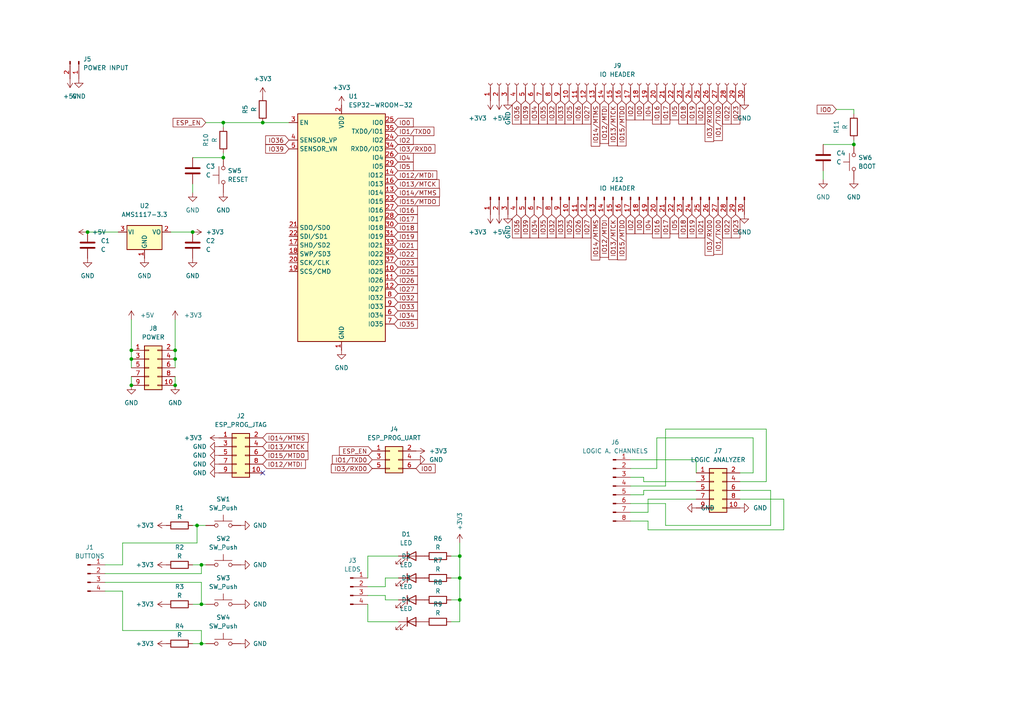
<source format=kicad_sch>
(kicad_sch (version 20230121) (generator eeschema)
  (paper "A4")
  (lib_symbols
    (symbol "Connector:Conn_01x02_Male" (pin_names (offset 1.016) hide)
      (property "Reference" "J" (at 0 2.54 0))
      (property "Value" "Conn_01x02_Male" (at 0 -5.08 0))
      (symbol "Conn_01x02_Male_1_1"
        (pin passive line (at 5.08 0 180) (length 3.81) (name "Pin_1") (number "1"))
        (pin passive line (at 5.08 -2.54 180) (length 3.81) (name "Pin_2") (number "2"))
      )
    )
    (symbol "Connector:Conn_01x04_Male" (pin_names (offset 1.016) hide)
      (property "Reference" "J" (at 0 5.08 0))
      (property "Value" "Conn_01x04_Male" (at 0 -7.62 0))
      (symbol "Conn_01x04_Male_1_1"
        (pin passive line (at 5.08 2.54 180) (length 3.81) (name "Pin_1") (number "1"))
        (pin passive line (at 5.08 0 180) (length 3.81) (name "Pin_2") (number "2"))
        (pin passive line (at 5.08 -2.54 180) (length 3.81) (name "Pin_3") (number "3"))
        (pin passive line (at 5.08 -5.08 180) (length 3.81) (name "Pin_4") (number "4"))
      )
    )
    (symbol "Connector:Conn_01x08_Male" (pin_names (offset 1.016) hide)
      (property "Reference" "J" (at 0 10.16 0))
      (property "Value" "Conn_01x08_Male" (at 0 -12.7 0))
      (symbol "Conn_01x08_Male_1_1"
        (pin passive line (at 5.08 7.62 180) (length 3.81) (name "Pin_1") (number "1"))
        (pin passive line (at 5.08 5.08 180) (length 3.81) (name "Pin_2") (number "2"))
        (pin passive line (at 5.08 2.54 180) (length 3.81) (name "Pin_3") (number "3"))
        (pin passive line (at 5.08 0 180) (length 3.81) (name "Pin_4") (number "4"))
        (pin passive line (at 5.08 -2.54 180) (length 3.81) (name "Pin_5") (number "5"))
        (pin passive line (at 5.08 -5.08 180) (length 3.81) (name "Pin_6") (number "6"))
        (pin passive line (at 5.08 -7.62 180) (length 3.81) (name "Pin_7") (number "7"))
        (pin passive line (at 5.08 -10.16 180) (length 3.81) (name "Pin_8") (number "8"))
      )
    )
    (symbol "Connector:Conn_01x30_Female" (pin_names (offset 1.016) hide)
      (property "Reference" "J" (at 0 38.1 0))
      (property "Value" "Conn_01x30_Female" (at 0 -40.64 0))
      (symbol "Conn_01x30_Female_1_1"
        (pin passive line (at -5.08 35.56 0) (length 3.81) (name "Pin_1") (number "1"))
        (pin passive line (at -5.08 12.7 0) (length 3.81) (name "Pin_10") (number "10"))
        (pin passive line (at -5.08 10.16 0) (length 3.81) (name "Pin_11") (number "11"))
        (pin passive line (at -5.08 7.62 0) (length 3.81) (name "Pin_12") (number "12"))
        (pin passive line (at -5.08 5.08 0) (length 3.81) (name "Pin_13") (number "13"))
        (pin passive line (at -5.08 2.54 0) (length 3.81) (name "Pin_14") (number "14"))
        (pin passive line (at -5.08 0 0) (length 3.81) (name "Pin_15") (number "15"))
        (pin passive line (at -5.08 -2.54 0) (length 3.81) (name "Pin_16") (number "16"))
        (pin passive line (at -5.08 -5.08 0) (length 3.81) (name "Pin_17") (number "17"))
        (pin passive line (at -5.08 -7.62 0) (length 3.81) (name "Pin_18") (number "18"))
        (pin passive line (at -5.08 -10.16 0) (length 3.81) (name "Pin_19") (number "19"))
        (pin passive line (at -5.08 33.02 0) (length 3.81) (name "Pin_2") (number "2"))
        (pin passive line (at -5.08 -12.7 0) (length 3.81) (name "Pin_20") (number "20"))
        (pin passive line (at -5.08 -15.24 0) (length 3.81) (name "Pin_21") (number "21"))
        (pin passive line (at -5.08 -17.78 0) (length 3.81) (name "Pin_22") (number "22"))
        (pin passive line (at -5.08 -20.32 0) (length 3.81) (name "Pin_23") (number "23"))
        (pin passive line (at -5.08 -22.86 0) (length 3.81) (name "Pin_24") (number "24"))
        (pin passive line (at -5.08 -25.4 0) (length 3.81) (name "Pin_25") (number "25"))
        (pin passive line (at -5.08 -27.94 0) (length 3.81) (name "Pin_26") (number "26"))
        (pin passive line (at -5.08 -30.48 0) (length 3.81) (name "Pin_27") (number "27"))
        (pin passive line (at -5.08 -33.02 0) (length 3.81) (name "Pin_28") (number "28"))
        (pin passive line (at -5.08 -35.56 0) (length 3.81) (name "Pin_29") (number "29"))
        (pin passive line (at -5.08 30.48 0) (length 3.81) (name "Pin_3") (number "3"))
        (pin passive line (at -5.08 -38.1 0) (length 3.81) (name "Pin_30") (number "30"))
        (pin passive line (at -5.08 27.94 0) (length 3.81) (name "Pin_4") (number "4"))
        (pin passive line (at -5.08 25.4 0) (length 3.81) (name "Pin_5") (number "5"))
        (pin passive line (at -5.08 22.86 0) (length 3.81) (name "Pin_6") (number "6"))
        (pin passive line (at -5.08 20.32 0) (length 3.81) (name "Pin_7") (number "7"))
        (pin passive line (at -5.08 17.78 0) (length 3.81) (name "Pin_8") (number "8"))
        (pin passive line (at -5.08 15.24 0) (length 3.81) (name "Pin_9") (number "9"))
      )
    )
    (symbol "Connector:Conn_01x30_Male" (pin_names (offset 1.016) hide)
      (property "Reference" "J" (at 0 38.1 0))
      (property "Value" "Conn_01x30_Male" (at 0 -40.64 0))
      (symbol "Conn_01x30_Male_1_1"
        (pin passive line (at 5.08 35.56 180) (length 3.81) (name "Pin_1") (number "1"))
        (pin passive line (at 5.08 12.7 180) (length 3.81) (name "Pin_10") (number "10"))
        (pin passive line (at 5.08 10.16 180) (length 3.81) (name "Pin_11") (number "11"))
        (pin passive line (at 5.08 7.62 180) (length 3.81) (name "Pin_12") (number "12"))
        (pin passive line (at 5.08 5.08 180) (length 3.81) (name "Pin_13") (number "13"))
        (pin passive line (at 5.08 2.54 180) (length 3.81) (name "Pin_14") (number "14"))
        (pin passive line (at 5.08 0 180) (length 3.81) (name "Pin_15") (number "15"))
        (pin passive line (at 5.08 -2.54 180) (length 3.81) (name "Pin_16") (number "16"))
        (pin passive line (at 5.08 -5.08 180) (length 3.81) (name "Pin_17") (number "17"))
        (pin passive line (at 5.08 -7.62 180) (length 3.81) (name "Pin_18") (number "18"))
        (pin passive line (at 5.08 -10.16 180) (length 3.81) (name "Pin_19") (number "19"))
        (pin passive line (at 5.08 33.02 180) (length 3.81) (name "Pin_2") (number "2"))
        (pin passive line (at 5.08 -12.7 180) (length 3.81) (name "Pin_20") (number "20"))
        (pin passive line (at 5.08 -15.24 180) (length 3.81) (name "Pin_21") (number "21"))
        (pin passive line (at 5.08 -17.78 180) (length 3.81) (name "Pin_22") (number "22"))
        (pin passive line (at 5.08 -20.32 180) (length 3.81) (name "Pin_23") (number "23"))
        (pin passive line (at 5.08 -22.86 180) (length 3.81) (name "Pin_24") (number "24"))
        (pin passive line (at 5.08 -25.4 180) (length 3.81) (name "Pin_25") (number "25"))
        (pin passive line (at 5.08 -27.94 180) (length 3.81) (name "Pin_26") (number "26"))
        (pin passive line (at 5.08 -30.48 180) (length 3.81) (name "Pin_27") (number "27"))
        (pin passive line (at 5.08 -33.02 180) (length 3.81) (name "Pin_28") (number "28"))
        (pin passive line (at 5.08 -35.56 180) (length 3.81) (name "Pin_29") (number "29"))
        (pin passive line (at 5.08 30.48 180) (length 3.81) (name "Pin_3") (number "3"))
        (pin passive line (at 5.08 -38.1 180) (length 3.81) (name "Pin_30") (number "30"))
        (pin passive line (at 5.08 27.94 180) (length 3.81) (name "Pin_4") (number "4"))
        (pin passive line (at 5.08 25.4 180) (length 3.81) (name "Pin_5") (number "5"))
        (pin passive line (at 5.08 22.86 180) (length 3.81) (name "Pin_6") (number "6"))
        (pin passive line (at 5.08 20.32 180) (length 3.81) (name "Pin_7") (number "7"))
        (pin passive line (at 5.08 17.78 180) (length 3.81) (name "Pin_8") (number "8"))
        (pin passive line (at 5.08 15.24 180) (length 3.81) (name "Pin_9") (number "9"))
      )
    )
    (symbol "Connector_Generic:Conn_02x03_Odd_Even" (pin_names (offset 1.016) hide)
      (property "Reference" "J" (at 1.27 5.08 0))
      (property "Value" "Conn_02x03_Odd_Even" (at 1.27 -5.08 0))
      (symbol "Conn_02x03_Odd_Even_1_1"
        (pin passive line (at -5.08 2.54 0) (length 3.81) (name "Pin_1") (number "1"))
        (pin passive line (at 7.62 2.54 180) (length 3.81) (name "Pin_2") (number "2"))
        (pin passive line (at -5.08 0 0) (length 3.81) (name "Pin_3") (number "3"))
        (pin passive line (at 7.62 0 180) (length 3.81) (name "Pin_4") (number "4"))
        (pin passive line (at -5.08 -2.54 0) (length 3.81) (name "Pin_5") (number "5"))
        (pin passive line (at 7.62 -2.54 180) (length 3.81) (name "Pin_6") (number "6"))
      )
    )
    (symbol "Connector_Generic:Conn_02x05_Odd_Even" (pin_names (offset 1.016) hide)
      (property "Reference" "J" (at 1.27 7.62 0))
      (property "Value" "Conn_02x05_Odd_Even" (at 1.27 -7.62 0))
      (symbol "Conn_02x05_Odd_Even_1_1"
        (pin passive line (at -5.08 5.08 0) (length 3.81) (name "Pin_1") (number "1"))
        (pin passive line (at 7.62 -5.08 180) (length 3.81) (name "Pin_10") (number "10"))
        (pin passive line (at 7.62 5.08 180) (length 3.81) (name "Pin_2") (number "2"))
        (pin passive line (at -5.08 2.54 0) (length 3.81) (name "Pin_3") (number "3"))
        (pin passive line (at 7.62 2.54 180) (length 3.81) (name "Pin_4") (number "4"))
        (pin passive line (at -5.08 0 0) (length 3.81) (name "Pin_5") (number "5"))
        (pin passive line (at 7.62 0 180) (length 3.81) (name "Pin_6") (number "6"))
        (pin passive line (at -5.08 -2.54 0) (length 3.81) (name "Pin_7") (number "7"))
        (pin passive line (at 7.62 -2.54 180) (length 3.81) (name "Pin_8") (number "8"))
        (pin passive line (at -5.08 -5.08 0) (length 3.81) (name "Pin_9") (number "9"))
      )
    )
    (symbol "Device:C" (pin_numbers hide) (pin_names (offset 0.254))
      (property "Reference" "C" (at 0.635 2.54 0))
      (property "Value" "C" (at 0.635 -2.54 0))
      (symbol "C_1_1"
        (pin passive line (at 0 3.81 270) (length 2.794) (name "~") (number "1"))
        (pin passive line (at 0 -3.81 90) (length 2.794) (name "~") (number "2"))
      )
    )
    (symbol "Device:LED" (pin_numbers hide) (pin_names (offset 1.016) hide)
      (property "Reference" "D" (at 0 2.54 0))
      (property "Value" "LED" (at 0 -2.54 0))
      (symbol "LED_1_1"
        (pin passive line (at -3.81 0 0) (length 2.54) (name "K") (number "1"))
        (pin passive line (at 3.81 0 180) (length 2.54) (name "A") (number "2"))
      )
    )
    (symbol "Device:R" (pin_numbers hide) (pin_names (offset 0))
      (property "Reference" "R" (at 2.032 0 90))
      (property "Value" "R" (at 0 0 90))
      (symbol "R_1_1"
        (pin passive line (at 0 3.81 270) (length 1.27) (name "~") (number "1"))
        (pin passive line (at 0 -3.81 90) (length 1.27) (name "~") (number "2"))
      )
    )
    (symbol "RF_Module:ESP32-WROOM-32"
      (property "Reference" "U" (at -12.7 34.29 0))
      (property "Value" "ESP32-WROOM-32" (at 1.27 34.29 0))
      (symbol "ESP32-WROOM-32_1_1"
        (pin power_in line (at 0 -35.56 90) (length 2.54) (name "GND") (number "1"))
        (pin bidirectional line (at 15.24 -12.7 180) (length 2.54) (name "IO25") (number "10"))
        (pin bidirectional line (at 15.24 -15.24 180) (length 2.54) (name "IO26") (number "11"))
        (pin bidirectional line (at 15.24 -17.78 180) (length 2.54) (name "IO27") (number "12"))
        (pin bidirectional line (at 15.24 10.16 180) (length 2.54) (name "IO14") (number "13"))
        (pin bidirectional line (at 15.24 15.24 180) (length 2.54) (name "IO12") (number "14"))
        (pin passive line (at 0 -35.56 90) (length 2.54) hide (name "GND") (number "15"))
        (pin bidirectional line (at 15.24 12.7 180) (length 2.54) (name "IO13") (number "16"))
        (pin bidirectional line (at -15.24 -5.08 0) (length 2.54) (name "SHD/SD2") (number "17"))
        (pin bidirectional line (at -15.24 -7.62 0) (length 2.54) (name "SWP/SD3") (number "18"))
        (pin bidirectional line (at -15.24 -12.7 0) (length 2.54) (name "SCS/CMD") (number "19"))
        (pin power_in line (at 0 35.56 270) (length 2.54) (name "VDD") (number "2"))
        (pin bidirectional line (at -15.24 -10.16 0) (length 2.54) (name "SCK/CLK") (number "20"))
        (pin bidirectional line (at -15.24 0 0) (length 2.54) (name "SDO/SD0") (number "21"))
        (pin bidirectional line (at -15.24 -2.54 0) (length 2.54) (name "SDI/SD1") (number "22"))
        (pin bidirectional line (at 15.24 7.62 180) (length 2.54) (name "IO15") (number "23"))
        (pin bidirectional line (at 15.24 25.4 180) (length 2.54) (name "IO2") (number "24"))
        (pin bidirectional line (at 15.24 30.48 180) (length 2.54) (name "IO0") (number "25"))
        (pin bidirectional line (at 15.24 20.32 180) (length 2.54) (name "IO4") (number "26"))
        (pin bidirectional line (at 15.24 5.08 180) (length 2.54) (name "IO16") (number "27"))
        (pin bidirectional line (at 15.24 2.54 180) (length 2.54) (name "IO17") (number "28"))
        (pin bidirectional line (at 15.24 17.78 180) (length 2.54) (name "IO5") (number "29"))
        (pin input line (at -15.24 30.48 0) (length 2.54) (name "EN") (number "3"))
        (pin bidirectional line (at 15.24 0 180) (length 2.54) (name "IO18") (number "30"))
        (pin bidirectional line (at 15.24 -2.54 180) (length 2.54) (name "IO19") (number "31"))
        (pin no_connect line (at -12.7 -27.94 0) (length 2.54) hide (name "NC") (number "32"))
        (pin bidirectional line (at 15.24 -5.08 180) (length 2.54) (name "IO21") (number "33"))
        (pin bidirectional line (at 15.24 22.86 180) (length 2.54) (name "RXD0/IO3") (number "34"))
        (pin bidirectional line (at 15.24 27.94 180) (length 2.54) (name "TXD0/IO1") (number "35"))
        (pin bidirectional line (at 15.24 -7.62 180) (length 2.54) (name "IO22") (number "36"))
        (pin bidirectional line (at 15.24 -10.16 180) (length 2.54) (name "IO23") (number "37"))
        (pin passive line (at 0 -35.56 90) (length 2.54) hide (name "GND") (number "38"))
        (pin passive line (at 0 -35.56 90) (length 2.54) hide (name "GND") (number "39"))
        (pin input line (at -15.24 25.4 0) (length 2.54) (name "SENSOR_VP") (number "4"))
        (pin input line (at -15.24 22.86 0) (length 2.54) (name "SENSOR_VN") (number "5"))
        (pin input line (at 15.24 -25.4 180) (length 2.54) (name "IO34") (number "6"))
        (pin input line (at 15.24 -27.94 180) (length 2.54) (name "IO35") (number "7"))
        (pin bidirectional line (at 15.24 -20.32 180) (length 2.54) (name "IO32") (number "8"))
        (pin bidirectional line (at 15.24 -22.86 180) (length 2.54) (name "IO33") (number "9"))
      )
    )
    (symbol "Regulator_Linear:AMS1117-3.3" (pin_names (offset 0.254))
      (property "Reference" "U" (at -3.81 3.175 0))
      (property "Value" "AMS1117-3.3" (at 0 3.175 0))
      (symbol "AMS1117-3.3_1_1"
        (pin power_in line (at 0 -7.62 90) (length 2.54) (name "GND") (number "1"))
        (pin power_out line (at 7.62 0 180) (length 2.54) (name "VO") (number "2"))
        (pin power_in line (at -7.62 0 0) (length 2.54) (name "VI") (number "3"))
      )
    )
    (symbol "Switch:SW_Push" (pin_numbers hide) (pin_names (offset 1.016) hide)
      (property "Reference" "SW" (at 1.27 2.54 0))
      (property "Value" "SW_Push" (at 0 -1.524 0))
      (symbol "SW_Push_0_1"
        (pin passive line (at -5.08 0 0) (length 2.54) (name "1") (number "1"))
        (pin passive line (at 5.08 0 180) (length 2.54) (name "2") (number "2"))
      )
    )
    (symbol "power:+3.3V" (power) (pin_names (offset 0))
      (property "Value" "+3.3V" (at 0 3.556 0))
      (symbol "+3.3V_1_1"
        (pin power_in line (at 0 0 90) (length 0) hide (name "+3V3") (number "1"))
      )
    )
    (symbol "power:+5V" (power) (pin_names (offset 0))
      (property "Value" "+5V" (at 0 3.556 0))
      (symbol "+5V_1_1"
        (pin power_in line (at 0 0 90) (length 0) hide (name "+5V") (number "1"))
      )
    )
    (symbol "power:GND" (power) (pin_names (offset 0))
      (property "Value" "GND" (at 0 -3.81 0))
      (symbol "GND_1_1"
        (pin power_in line (at 0 0 270) (length 0) hide (name "GND") (number "1"))
      )
    )
  )
  (junction (at 25.4 67.31))
  (junction (at 57.15 152.4))
  (junction (at 58.42 163.83))
  (junction (at 50.8 104.14))
  (junction (at 76.2 35.56))
  (junction (at 133.35 161.29))
  (junction (at 50.8 101.6))
  (junction (at 64.77 45.72))
  (junction (at 38.1 104.14))
  (junction (at 38.1 111.76))
  (junction (at 58.42 186.69))
  (junction (at 50.8 111.76))
  (junction (at 64.77 35.56))
  (junction (at 55.88 67.31))
  (junction (at 38.1 101.6))
  (junction (at 58.42 175.26))
  (junction (at 133.35 167.64))
  (junction (at 247.65 41.91))
  (junction (at 133.35 173.99))
  (no_connect (at 76.2 137.16))
  (wire (pts (xy 55.88 163.83) (xy 58.42 163.83)))
  (wire (pts (xy 38.1 92.71) (xy 38.1 101.6)))
  (wire (pts (xy 238.76 49.53) (xy 238.76 52.07)))
  (wire (pts (xy 201.93 144.78) (xy 187.96 144.78)))
  (wire (pts (xy 223.52 142.24) (xy 223.52 152.4)))
  (wire (pts (xy 182.88 133.35) (xy 201.93 133.35)))
  (wire (pts (xy 57.15 152.4) (xy 59.69 152.4)))
  (wire (pts (xy 55.88 152.4) (xy 57.15 152.4)))
  (wire (pts (xy 76.2 35.56) (xy 83.82 35.56)))
  (wire (pts (xy 186.69 143.51) (xy 182.88 143.51)))
  (wire (pts (xy 106.68 180.34) (xy 115.57 180.34)))
  (wire (pts (xy 187.96 144.78) (xy 187.96 148.59)))
  (wire (pts (xy 111.76 172.72) (xy 111.76 173.99)))
  (wire (pts (xy 64.77 35.56) (xy 64.77 36.83)))
  (wire (pts (xy 133.35 180.34) (xy 133.35 173.99)))
  (wire (pts (xy 227.33 153.67) (xy 187.96 153.67)))
  (wire (pts (xy 193.04 152.4) (xy 193.04 146.05)))
  (wire (pts (xy 49.53 67.31) (xy 55.88 67.31)))
  (wire (pts (xy 247.65 31.75) (xy 247.65 33.02)))
  (wire (pts (xy 35.56 171.45) (xy 35.56 182.88)))
  (wire (pts (xy 55.88 186.69) (xy 58.42 186.69)))
  (wire (pts (xy 214.63 137.16) (xy 218.44 137.16)))
  (wire (pts (xy 30.48 171.45) (xy 35.56 171.45)))
  (wire (pts (xy 218.44 127) (xy 190.5 127)))
  (wire (pts (xy 58.42 168.91) (xy 58.42 175.26)))
  (wire (pts (xy 64.77 35.56) (xy 76.2 35.56)))
  (wire (pts (xy 247.65 41.91) (xy 247.65 40.64)))
  (wire (pts (xy 106.68 172.72) (xy 111.76 172.72)))
  (wire (pts (xy 111.76 170.18) (xy 111.76 167.64)))
  (wire (pts (xy 106.68 170.18) (xy 111.76 170.18)))
  (wire (pts (xy 223.52 152.4) (xy 193.04 152.4)))
  (wire (pts (xy 227.33 144.78) (xy 227.33 153.67)))
  (wire (pts (xy 214.63 142.24) (xy 223.52 142.24)))
  (wire (pts (xy 59.69 35.56) (xy 64.77 35.56)))
  (wire (pts (xy 58.42 186.69) (xy 59.69 186.69)))
  (wire (pts (xy 50.8 109.22) (xy 50.8 111.76)))
  (wire (pts (xy 30.48 166.37) (xy 58.42 166.37)))
  (wire (pts (xy 55.88 53.34) (xy 55.88 55.88)))
  (wire (pts (xy 55.88 175.26) (xy 58.42 175.26)))
  (wire (pts (xy 133.35 173.99) (xy 133.35 167.64)))
  (wire (pts (xy 106.68 167.64) (xy 106.68 161.29)))
  (wire (pts (xy 201.93 142.24) (xy 186.69 142.24)))
  (wire (pts (xy 55.88 45.72) (xy 64.77 45.72)))
  (wire (pts (xy 57.15 157.48) (xy 57.15 152.4)))
  (wire (pts (xy 130.81 173.99) (xy 133.35 173.99)))
  (wire (pts (xy 106.68 161.29) (xy 115.57 161.29)))
  (wire (pts (xy 186.69 138.43) (xy 182.88 138.43)))
  (wire (pts (xy 64.77 45.72) (xy 64.77 44.45)))
  (wire (pts (xy 130.81 180.34) (xy 133.35 180.34)))
  (wire (pts (xy 38.1 104.14) (xy 38.1 106.68)))
  (wire (pts (xy 187.96 151.13) (xy 182.88 151.13)))
  (wire (pts (xy 58.42 175.26) (xy 59.69 175.26)))
  (wire (pts (xy 111.76 173.99) (xy 115.57 173.99)))
  (wire (pts (xy 111.76 167.64) (xy 115.57 167.64)))
  (wire (pts (xy 193.04 124.46) (xy 193.04 140.97)))
  (wire (pts (xy 187.96 153.67) (xy 187.96 151.13)))
  (wire (pts (xy 242.57 31.75) (xy 247.65 31.75)))
  (wire (pts (xy 193.04 140.97) (xy 182.88 140.97)))
  (wire (pts (xy 133.35 161.29) (xy 133.35 157.48)))
  (wire (pts (xy 190.5 135.89) (xy 182.88 135.89)))
  (wire (pts (xy 35.56 157.48) (xy 57.15 157.48)))
  (wire (pts (xy 50.8 92.71) (xy 50.8 101.6)))
  (wire (pts (xy 187.96 148.59) (xy 182.88 148.59)))
  (wire (pts (xy 50.8 101.6) (xy 50.8 104.14)))
  (wire (pts (xy 218.44 137.16) (xy 218.44 127)))
  (wire (pts (xy 38.1 109.22) (xy 38.1 111.76)))
  (wire (pts (xy 238.76 41.91) (xy 247.65 41.91)))
  (wire (pts (xy 201.93 137.16) (xy 201.93 133.35)))
  (wire (pts (xy 186.69 142.24) (xy 186.69 143.51)))
  (wire (pts (xy 58.42 163.83) (xy 59.69 163.83)))
  (wire (pts (xy 25.4 67.31) (xy 34.29 67.31)))
  (wire (pts (xy 186.69 139.7) (xy 186.69 138.43)))
  (wire (pts (xy 130.81 161.29) (xy 133.35 161.29)))
  (wire (pts (xy 35.56 182.88) (xy 58.42 182.88)))
  (wire (pts (xy 106.68 175.26) (xy 106.68 180.34)))
  (wire (pts (xy 222.25 124.46) (xy 193.04 124.46)))
  (wire (pts (xy 58.42 182.88) (xy 58.42 186.69)))
  (wire (pts (xy 222.25 139.7) (xy 222.25 124.46)))
  (wire (pts (xy 50.8 104.14) (xy 50.8 106.68)))
  (wire (pts (xy 130.81 167.64) (xy 133.35 167.64)))
  (wire (pts (xy 133.35 161.29) (xy 133.35 167.64)))
  (wire (pts (xy 193.04 146.05) (xy 182.88 146.05)))
  (wire (pts (xy 30.48 168.91) (xy 58.42 168.91)))
  (wire (pts (xy 214.63 139.7) (xy 222.25 139.7)))
  (wire (pts (xy 38.1 101.6) (xy 38.1 104.14)))
  (wire (pts (xy 190.5 127) (xy 190.5 135.89)))
  (wire (pts (xy 201.93 139.7) (xy 186.69 139.7)))
  (wire (pts (xy 214.63 144.78) (xy 227.33 144.78)))
  (wire (pts (xy 35.56 163.83) (xy 35.56 157.48)))
  (wire (pts (xy 58.42 166.37) (xy 58.42 163.83)))
  (wire (pts (xy 30.48 163.83) (xy 35.56 163.83)))
  (global_label "IO26" (shape input) (at 167.64 29.21 270) (property "Intersheetrefs" "${INTERSHEET_REFS}" (effects hide)))
  (global_label "IO15{slash}MTDO" (shape input) (at 76.2 132.08 0) (property "Intersheetrefs" "${INTERSHEET_REFS}" (effects hide)))
  (global_label "IO32" (shape input) (at 114.3 86.36 0) (property "Intersheetrefs" "${INTERSHEET_REFS}" (effects hide)))
  (global_label "IO33" (shape input) (at 162.56 29.21 270) (property "Intersheetrefs" "${INTERSHEET_REFS}" (effects hide)))
  (global_label "IO18" (shape input) (at 198.12 62.23 270) (property "Intersheetrefs" "${INTERSHEET_REFS}" (effects hide)))
  (global_label "IO26" (shape input) (at 167.64 62.23 270) (property "Intersheetrefs" "${INTERSHEET_REFS}" (effects hide)))
  (global_label "IO16" (shape input) (at 190.5 29.21 270) (property "Intersheetrefs" "${INTERSHEET_REFS}" (effects hide)))
  (global_label "IO18" (shape input) (at 198.12 29.21 270) (property "Intersheetrefs" "${INTERSHEET_REFS}" (effects hide)))
  (global_label "IO0" (shape input) (at 185.42 62.23 270) (property "Intersheetrefs" "${INTERSHEET_REFS}" (effects hide)))
  (global_label "IO21" (shape input) (at 114.3 71.12 0) (property "Intersheetrefs" "${INTERSHEET_REFS}" (effects hide)))
  (global_label "IO17" (shape input) (at 193.04 62.23 270) (property "Intersheetrefs" "${INTERSHEET_REFS}" (effects hide)))
  (global_label "IO17" (shape input) (at 193.04 29.21 270) (property "Intersheetrefs" "${INTERSHEET_REFS}" (effects hide)))
  (global_label "IO18" (shape input) (at 114.3 66.04 0) (property "Intersheetrefs" "${INTERSHEET_REFS}" (effects hide)))
  (global_label "IO12{slash}MTDI" (shape input) (at 114.3 50.8 0) (property "Intersheetrefs" "${INTERSHEET_REFS}" (effects hide)))
  (global_label "IO13{slash}MTCK" (shape input) (at 177.8 62.23 270) (property "Intersheetrefs" "${INTERSHEET_REFS}" (effects hide)))
  (global_label "IO33" (shape input) (at 162.56 62.23 270) (property "Intersheetrefs" "${INTERSHEET_REFS}" (effects hide)))
  (global_label "IO4" (shape input) (at 187.96 29.21 270) (property "Intersheetrefs" "${INTERSHEET_REFS}" (effects hide)))
  (global_label "IO3{slash}RXD0" (shape input) (at 205.74 62.23 270) (property "Intersheetrefs" "${INTERSHEET_REFS}" (effects hide)))
  (global_label "IO35" (shape input) (at 114.3 93.98 0) (property "Intersheetrefs" "${INTERSHEET_REFS}" (effects hide)))
  (global_label "ESP_EN" (shape input) (at 107.95 130.81 180) (property "Intersheetrefs" "${INTERSHEET_REFS}" (effects hide)))
  (global_label "IO14{slash}MTMS" (shape input) (at 114.3 55.88 0) (property "Intersheetrefs" "${INTERSHEET_REFS}" (effects hide)))
  (global_label "IO16" (shape input) (at 190.5 62.23 270) (property "Intersheetrefs" "${INTERSHEET_REFS}" (effects hide)))
  (global_label "IO27" (shape input) (at 170.18 29.21 270) (property "Intersheetrefs" "${INTERSHEET_REFS}" (effects hide)))
  (global_label "IO25" (shape input) (at 114.3 78.74 0) (property "Intersheetrefs" "${INTERSHEET_REFS}" (effects hide)))
  (global_label "IO34" (shape input) (at 154.94 29.21 270) (property "Intersheetrefs" "${INTERSHEET_REFS}" (effects hide)))
  (global_label "IO33" (shape input) (at 114.3 88.9 0) (property "Intersheetrefs" "${INTERSHEET_REFS}" (effects hide)))
  (global_label "IO39" (shape input) (at 83.82 43.18 180) (property "Intersheetrefs" "${INTERSHEET_REFS}" (effects hide)))
  (global_label "IO0" (shape input) (at 185.42 29.21 270) (property "Intersheetrefs" "${INTERSHEET_REFS}" (effects hide)))
  (global_label "IO4" (shape input) (at 187.96 62.23 270) (property "Intersheetrefs" "${INTERSHEET_REFS}" (effects hide)))
  (global_label "IO35" (shape input) (at 157.48 62.23 270) (property "Intersheetrefs" "${INTERSHEET_REFS}" (effects hide)))
  (global_label "IO23" (shape input) (at 213.36 29.21 270) (property "Intersheetrefs" "${INTERSHEET_REFS}" (effects hide)))
  (global_label "IO2" (shape input) (at 114.3 40.64 0) (property "Intersheetrefs" "${INTERSHEET_REFS}" (effects hide)))
  (global_label "IO35" (shape input) (at 157.48 29.21 270) (property "Intersheetrefs" "${INTERSHEET_REFS}" (effects hide)))
  (global_label "IO32" (shape input) (at 160.02 29.21 270) (property "Intersheetrefs" "${INTERSHEET_REFS}" (effects hide)))
  (global_label "IO1{slash}TXD0" (shape input) (at 114.3 38.1 0) (property "Intersheetrefs" "${INTERSHEET_REFS}" (effects hide)))
  (global_label "IO15{slash}MTDO" (shape input) (at 180.34 62.23 270) (property "Intersheetrefs" "${INTERSHEET_REFS}" (effects hide)))
  (global_label "IO3{slash}RXD0" (shape input) (at 114.3 43.18 0) (property "Intersheetrefs" "${INTERSHEET_REFS}" (effects hide)))
  (global_label "IO12{slash}MTDI" (shape input) (at 175.26 62.23 270) (property "Intersheetrefs" "${INTERSHEET_REFS}" (effects hide)))
  (global_label "IO3{slash}RXD0" (shape input) (at 107.95 135.89 180) (property "Intersheetrefs" "${INTERSHEET_REFS}" (effects hide)))
  (global_label "IO34" (shape input) (at 154.94 62.23 270) (property "Intersheetrefs" "${INTERSHEET_REFS}" (effects hide)))
  (global_label "IO13{slash}MTCK" (shape input) (at 76.2 129.54 0) (property "Intersheetrefs" "${INTERSHEET_REFS}" (effects hide)))
  (global_label "IO19" (shape input) (at 114.3 68.58 0) (property "Intersheetrefs" "${INTERSHEET_REFS}" (effects hide)))
  (global_label "IO0" (shape input) (at 242.57 31.75 180) (property "Intersheetrefs" "${INTERSHEET_REFS}" (effects hide)))
  (global_label "IO19" (shape input) (at 200.66 29.21 270) (property "Intersheetrefs" "${INTERSHEET_REFS}" (effects hide)))
  (global_label "IO21" (shape input) (at 203.2 29.21 270) (property "Intersheetrefs" "${INTERSHEET_REFS}" (effects hide)))
  (global_label "IO15{slash}MTDO" (shape input) (at 180.34 29.21 270) (property "Intersheetrefs" "${INTERSHEET_REFS}" (effects hide)))
  (global_label "IO27" (shape input) (at 170.18 62.23 270) (property "Intersheetrefs" "${INTERSHEET_REFS}" (effects hide)))
  (global_label "IO5" (shape input) (at 114.3 48.26 0) (property "Intersheetrefs" "${INTERSHEET_REFS}" (effects hide)))
  (global_label "IO15{slash}MTDO" (shape input) (at 114.3 58.42 0) (property "Intersheetrefs" "${INTERSHEET_REFS}" (effects hide)))
  (global_label "IO0" (shape input) (at 114.3 35.56 0) (property "Intersheetrefs" "${INTERSHEET_REFS}" (effects hide)))
  (global_label "IO5" (shape input) (at 195.58 29.21 270) (property "Intersheetrefs" "${INTERSHEET_REFS}" (effects hide)))
  (global_label "IO23" (shape input) (at 114.3 76.2 0) (property "Intersheetrefs" "${INTERSHEET_REFS}" (effects hide)))
  (global_label "IO14{slash}MTMS" (shape input) (at 172.72 29.21 270) (property "Intersheetrefs" "${INTERSHEET_REFS}" (effects hide)))
  (global_label "IO16" (shape input) (at 114.3 60.96 0) (property "Intersheetrefs" "${INTERSHEET_REFS}" (effects hide)))
  (global_label "IO22" (shape input) (at 114.3 73.66 0) (property "Intersheetrefs" "${INTERSHEET_REFS}" (effects hide)))
  (global_label "ESP_EN" (shape input) (at 59.69 35.56 180) (property "Intersheetrefs" "${INTERSHEET_REFS}" (effects hide)))
  (global_label "IO32" (shape input) (at 160.02 62.23 270) (property "Intersheetrefs" "${INTERSHEET_REFS}" (effects hide)))
  (global_label "IO13{slash}MTCK" (shape input) (at 114.3 53.34 0) (property "Intersheetrefs" "${INTERSHEET_REFS}" (effects hide)))
  (global_label "IO21" (shape input) (at 203.2 62.23 270) (property "Intersheetrefs" "${INTERSHEET_REFS}" (effects hide)))
  (global_label "IO17" (shape input) (at 114.3 63.5 0) (property "Intersheetrefs" "${INTERSHEET_REFS}" (effects hide)))
  (global_label "IO2" (shape input) (at 182.88 29.21 270) (property "Intersheetrefs" "${INTERSHEET_REFS}" (effects hide)))
  (global_label "IO14{slash}MTMS" (shape input) (at 172.72 62.23 270) (property "Intersheetrefs" "${INTERSHEET_REFS}" (effects hide)))
  (global_label "IO1{slash}TXD0" (shape input) (at 208.28 29.21 270) (property "Intersheetrefs" "${INTERSHEET_REFS}" (effects hide)))
  (global_label "IO12{slash}MTDI" (shape input) (at 76.2 134.62 0) (property "Intersheetrefs" "${INTERSHEET_REFS}" (effects hide)))
  (global_label "IO36" (shape input) (at 83.82 40.64 180) (property "Intersheetrefs" "${INTERSHEET_REFS}" (effects hide)))
  (global_label "IO13{slash}MTCK" (shape input) (at 177.8 29.21 270) (property "Intersheetrefs" "${INTERSHEET_REFS}" (effects hide)))
  (global_label "IO19" (shape input) (at 200.66 62.23 270) (property "Intersheetrefs" "${INTERSHEET_REFS}" (effects hide)))
  (global_label "IO36" (shape input) (at 149.86 29.21 270) (property "Intersheetrefs" "${INTERSHEET_REFS}" (effects hide)))
  (global_label "IO26" (shape input) (at 114.3 81.28 0) (property "Intersheetrefs" "${INTERSHEET_REFS}" (effects hide)))
  (global_label "IO34" (shape input) (at 114.3 91.44 0) (property "Intersheetrefs" "${INTERSHEET_REFS}" (effects hide)))
  (global_label "IO5" (shape input) (at 195.58 62.23 270) (property "Intersheetrefs" "${INTERSHEET_REFS}" (effects hide)))
  (global_label "IO39" (shape input) (at 152.4 62.23 270) (property "Intersheetrefs" "${INTERSHEET_REFS}" (effects hide)))
  (global_label "IO0" (shape input) (at 120.65 135.89 0) (property "Intersheetrefs" "${INTERSHEET_REFS}" (effects hide)))
  (global_label "IO27" (shape input) (at 114.3 83.82 0) (property "Intersheetrefs" "${INTERSHEET_REFS}" (effects hide)))
  (global_label "IO12{slash}MTDI" (shape input) (at 175.26 29.21 270) (property "Intersheetrefs" "${INTERSHEET_REFS}" (effects hide)))
  (global_label "IO2" (shape input) (at 182.88 62.23 270) (property "Intersheetrefs" "${INTERSHEET_REFS}" (effects hide)))
  (global_label "IO14{slash}MTMS" (shape input) (at 76.2 127 0) (property "Intersheetrefs" "${INTERSHEET_REFS}" (effects hide)))
  (global_label "IO1{slash}TXD0" (shape input) (at 107.95 133.35 180) (property "Intersheetrefs" "${INTERSHEET_REFS}" (effects hide)))
  (global_label "IO23" (shape input) (at 213.36 62.23 270) (property "Intersheetrefs" "${INTERSHEET_REFS}" (effects hide)))
  (global_label "IO39" (shape input) (at 152.4 29.21 270) (property "Intersheetrefs" "${INTERSHEET_REFS}" (effects hide)))
  (global_label "IO4" (shape input) (at 114.3 45.72 0) (property "Intersheetrefs" "${INTERSHEET_REFS}" (effects hide)))
  (global_label "IO1{slash}TXD0" (shape input) (at 208.28 62.23 270) (property "Intersheetrefs" "${INTERSHEET_REFS}" (effects hide)))
  (global_label "IO22" (shape input) (at 210.82 29.21 270) (property "Intersheetrefs" "${INTERSHEET_REFS}" (effects hide)))
  (global_label "IO22" (shape input) (at 210.82 62.23 270) (property "Intersheetrefs" "${INTERSHEET_REFS}" (effects hide)))
  (global_label "IO25" (shape input) (at 165.1 62.23 270) (property "Intersheetrefs" "${INTERSHEET_REFS}" (effects hide)))
  (global_label "IO25" (shape input) (at 165.1 29.21 270) (property "Intersheetrefs" "${INTERSHEET_REFS}" (effects hide)))
  (global_label "IO36" (shape input) (at 149.86 62.23 270) (property "Intersheetrefs" "${INTERSHEET_REFS}" (effects hide)))
  (global_label "IO3{slash}RXD0" (shape input) (at 205.74 29.21 270) (property "Intersheetrefs" "${INTERSHEET_REFS}" (effects hide)))
  (symbol (lib_id "power:+3.3V") (at 120.65 130.81 270) (unit 1)
    (property "Reference" "#PWR024" (effects hide))
    (property "Value" "+3.3V" (at 124.46 130.8099 90) (effects (justify left)))
  )
  (symbol (lib_id "Switch:SW_Push") (at 64.77 152.4 0) (unit 1)
    (property "Reference" "SW1" (at 64.77 144.78 0))
    (property "Value" "SW_Push" (at 64.77 147.32 0))
    (property "Footprint" "Button_Switch_SMD:SW_SPST_TL3342" (effects hide))
  )
  (symbol (lib_id "Connector:Conn_01x30_Male") (at 177.8 57.15 90) (mirror x) (unit 1)
    (property "Reference" "J12" (at 179.07 52.07 90))
    (property "Value" "IO HEADER" (at 179.07 54.61 90))
    (property "Footprint" "Connector_PinHeader_2.54mm:PinHeader_1x30_P2.54mm_Vertical" (effects hide))
  )
  (symbol (lib_id "Device:R") (at 52.07 186.69 90) (unit 1)
    (property "Reference" "R4" (at 52.07 181.61 90))
    (property "Value" "R" (at 52.07 184.15 90))
    (property "Footprint" "Resistor_SMD:R_1206_3216Metric" (effects hide))
  )
  (symbol (lib_id "power:GND") (at 147.32 62.23 0) (unit 1)
    (property "Reference" "#PWR0101" (effects hide))
    (property "Value" "GND" (at 147.32 67.31 90))
  )
  (symbol (lib_id "power:+3.3V") (at 48.26 152.4 90) (unit 1)
    (property "Reference" "#PWR06" (effects hide))
    (property "Value" "+3.3V" (at 39.37 152.4 90) (effects (justify right)))
  )
  (symbol (lib_id "power:GND") (at 247.65 52.07 0) (unit 1)
    (property "Reference" "#PWR0116" (effects hide))
    (property "Value" "GND" (at 247.65 57.15 0))
  )
  (symbol (lib_id "power:GND") (at 215.9 62.23 0) (unit 1)
    (property "Reference" "#PWR0106" (effects hide))
    (property "Value" "GND" (at 215.9 67.31 0))
  )
  (symbol (lib_id "power:GND") (at 69.85 175.26 90) (unit 1)
    (property "Reference" "#PWR019" (effects hide))
    (property "Value" "GND" (at 77.47 175.26 90) (effects (justify left)))
  )
  (symbol (lib_id "power:+3.3V") (at 142.24 29.21 180) (unit 1)
    (property "Reference" "#PWR027" (effects hide))
    (property "Value" "+3.3V" (at 135.89 34.29 0) (effects (justify right)))
  )
  (symbol (lib_id "Device:R") (at 64.77 40.64 180) (unit 1)
    (property "Reference" "R10" (at 59.69 40.64 90))
    (property "Value" "R" (at 62.23 40.64 90))
    (property "Footprint" "Resistor_SMD:R_1206_3216Metric" (effects hide))
  )
  (symbol (lib_id "power:GND") (at 120.65 133.35 90) (unit 1)
    (property "Reference" "#PWR025" (effects hide))
    (property "Value" "GND" (at 124.46 133.3499 90) (effects (justify right)))
  )
  (symbol (lib_id "Device:LED") (at 119.38 161.29 0) (unit 1)
    (property "Reference" "D1" (at 117.7925 154.94 0))
    (property "Value" "LED" (at 117.7925 157.48 0))
    (property "Footprint" "LED_SMD:LED_1210_3225Metric" (effects hide))
  )
  (symbol (lib_id "Device:C") (at 238.76 45.72 180) (unit 1)
    (property "Reference" "C4" (at 242.57 44.4499 0) (effects (justify right)))
    (property "Value" "C" (at 242.57 46.9899 0) (effects (justify right)))
    (property "Footprint" "Capacitor_SMD:C_1206_3216Metric" (effects hide))
  )
  (symbol (lib_id "power:GND") (at 215.9 29.21 0) (unit 1)
    (property "Reference" "#PWR032" (effects hide))
    (property "Value" "GND" (at 215.9 34.29 0))
  )
  (symbol (lib_id "power:GND") (at 99.06 101.6 0) (unit 1)
    (property "Reference" "#PWR023" (effects hide))
    (property "Value" "GND" (at 99.06 106.68 0))
  )
  (symbol (lib_id "Connector:Conn_01x08_Male") (at 177.8 140.97 0) (unit 1)
    (property "Reference" "J6" (at 178.435 128.27 0))
    (property "Value" "LOGIC A. CHANNELS" (at 178.435 130.81 0))
    (property "Footprint" "Connector_PinHeader_2.54mm:PinHeader_1x08_P2.54mm_Vertical" (effects hide))
  )
  (symbol (lib_id "power:+3.3V") (at 48.26 175.26 90) (unit 1)
    (property "Reference" "#PWR08" (effects hide))
    (property "Value" "+3.3V" (at 39.37 175.26 90) (effects (justify right)))
  )
  (symbol (lib_id "Connector_Generic:Conn_02x05_Odd_Even") (at 43.18 106.68 0) (unit 1)
    (property "Reference" "J8" (at 44.45 95.25 0))
    (property "Value" "POWER" (at 44.45 97.79 0))
    (property "Footprint" "Connector_PinHeader_2.54mm:PinHeader_2x05_P2.54mm_Vertical" (effects hide))
  )
  (symbol (lib_id "Device:LED") (at 119.38 173.99 0) (unit 1)
    (property "Reference" "D3" (at 117.7925 167.64 0))
    (property "Value" "LED" (at 117.7925 170.18 0))
    (property "Footprint" "LED_SMD:LED_1210_3225Metric" (effects hide))
  )
  (symbol (lib_id "Connector_Generic:Conn_02x05_Odd_Even") (at 207.01 142.24 0) (unit 1)
    (property "Reference" "J7" (at 208.28 130.81 0))
    (property "Value" "LOGIC ANALYZER" (at 208.28 133.35 0))
    (property "Footprint" "Connector_IDC:IDC-Header_2x05_P2.54mm_Vertical" (effects hide))
  )
  (symbol (lib_id "Device:R") (at 127 180.34 90) (unit 1)
    (property "Reference" "R9" (at 127 175.26 90))
    (property "Value" "R" (at 127 177.8 90))
    (property "Footprint" "Resistor_SMD:R_1206_3216Metric" (effects hide))
  )
  (symbol (lib_id "power:GND") (at 69.85 163.83 90) (unit 1)
    (property "Reference" "#PWR018" (effects hide))
    (property "Value" "GND" (at 77.47 163.83 90) (effects (justify left)))
  )
  (symbol (lib_id "power:+5V") (at 25.4 67.31 90) (unit 1)
    (property "Reference" "#PWR01" (effects hide))
    (property "Value" "+5V" (at 26.67 67.3099 90) (effects (justify right)))
  )
  (symbol (lib_id "power:GND") (at 38.1 111.76 0) (unit 1)
    (property "Reference" "#PWR034" (effects hide))
    (property "Value" "GND" (at 38.1 116.84 0))
  )
  (symbol (lib_id "power:GND") (at 25.4 74.93 0) (unit 1)
    (property "Reference" "#PWR02" (effects hide))
    (property "Value" "GND" (at 25.4 80.01 0))
  )
  (symbol (lib_id "power:GND") (at 63.5 134.62 270) (unit 1)
    (property "Reference" "#PWR015" (effects hide))
    (property "Value" "GND" (at 55.88 134.62 90) (effects (justify left)))
  )
  (symbol (lib_id "Switch:SW_Push") (at 64.77 175.26 0) (unit 1)
    (property "Reference" "SW3" (at 64.77 167.64 0))
    (property "Value" "SW_Push" (at 64.77 170.18 0))
    (property "Footprint" "Button_Switch_SMD:SW_SPST_TL3342" (effects hide))
  )
  (symbol (lib_id "Device:R") (at 127 161.29 90) (unit 1)
    (property "Reference" "R6" (at 127 156.21 90))
    (property "Value" "R" (at 127 158.75 90))
    (property "Footprint" "Resistor_SMD:R_1206_3216Metric" (effects hide))
  )
  (symbol (lib_id "power:GND") (at 64.77 55.88 0) (unit 1)
    (property "Reference" "#PWR0113" (effects hide))
    (property "Value" "GND" (at 64.77 60.96 0))
  )
  (symbol (lib_id "power:GND") (at 201.93 147.32 270) (unit 1)
    (property "Reference" "#PWR030" (effects hide))
    (property "Value" "GND" (at 203.2 147.3199 90) (effects (justify left)))
  )
  (symbol (lib_id "power:GND") (at 69.85 186.69 90) (unit 1)
    (property "Reference" "#PWR020" (effects hide))
    (property "Value" "GND" (at 77.47 186.69 90) (effects (justify left)))
  )
  (symbol (lib_id "power:GND") (at 63.5 129.54 270) (unit 1)
    (property "Reference" "#PWR013" (effects hide))
    (property "Value" "GND" (at 55.88 129.54 90) (effects (justify left)))
  )
  (symbol (lib_id "Device:R") (at 76.2 31.75 180) (unit 1)
    (property "Reference" "R5" (at 71.12 31.75 90))
    (property "Value" "R" (at 73.66 31.75 90))
    (property "Footprint" "Resistor_SMD:R_1206_3216Metric" (effects hide))
  )
  (symbol (lib_id "power:+3.3V") (at 50.8 92.71 0) (unit 1)
    (property "Reference" "#PWR035" (effects hide))
    (property "Value" "+3.3V" (at 53.34 91.4399 0) (effects (justify left)))
  )
  (symbol (lib_id "Device:LED") (at 119.38 180.34 0) (unit 1)
    (property "Reference" "D4" (at 117.7925 173.99 0))
    (property "Value" "LED" (at 117.7925 176.53 0))
    (property "Footprint" "LED_SMD:LED_1210_3225Metric" (effects hide))
  )
  (symbol (lib_id "power:+3.3V") (at 48.26 163.83 90) (unit 1)
    (property "Reference" "#PWR07" (effects hide))
    (property "Value" "+3.3V" (at 39.37 163.83 90) (effects (justify right)))
  )
  (symbol (lib_id "power:+5V") (at 144.78 29.21 180) (unit 1)
    (property "Reference" "#PWR028" (effects hide))
    (property "Value" "+5V" (at 144.78 34.29 0))
  )
  (symbol (lib_id "power:GND") (at 214.63 147.32 90) (unit 1)
    (property "Reference" "#PWR031" (effects hide))
    (property "Value" "GND" (at 218.44 147.3199 90) (effects (justify right)))
  )
  (symbol (lib_id "power:GND") (at 69.85 152.4 90) (unit 1)
    (property "Reference" "#PWR017" (effects hide))
    (property "Value" "GND" (at 77.47 152.4 90) (effects (justify left)))
  )
  (symbol (lib_id "power:GND") (at 55.88 74.93 0) (unit 1)
    (property "Reference" "#PWR011" (effects hide))
    (property "Value" "GND" (at 55.88 80.01 0))
  )
  (symbol (lib_id "power:+3.3V") (at 142.24 62.23 180) (unit 1)
    (property "Reference" "#PWR0109" (effects hide))
    (property "Value" "+3.3V" (at 135.89 67.31 0) (effects (justify right)))
  )
  (symbol (lib_id "power:+5V") (at 20.32 22.86 180) (unit 1)
    (property "Reference" "#PWR03" (effects hide))
    (property "Value" "+5V" (at 20.32 27.94 0))
  )
  (symbol (lib_id "Connector_Generic:Conn_02x03_Odd_Even") (at 113.03 133.35 0) (unit 1)
    (property "Reference" "J4" (at 114.3 124.46 0))
    (property "Value" "ESP_PROG_UART" (at 114.3 127 0))
    (property "Footprint" "Connector_IDC:IDC-Header_2x03_P2.54mm_Vertical" (effects hide))
  )
  (symbol (lib_id "Switch:SW_Push") (at 64.77 163.83 0) (unit 1)
    (property "Reference" "SW2" (at 64.77 156.21 0))
    (property "Value" "SW_Push" (at 64.77 158.75 0))
    (property "Footprint" "Button_Switch_SMD:SW_SPST_TL3342" (effects hide))
  )
  (symbol (lib_id "power:+5V") (at 144.78 62.23 180) (unit 1)
    (property "Reference" "#PWR0110" (effects hide))
    (property "Value" "+5V" (at 144.78 67.31 0))
  )
  (symbol (lib_id "Connector:Conn_01x04_Male") (at 101.6 170.18 0) (unit 1)
    (property "Reference" "J3" (at 102.235 162.56 0))
    (property "Value" "LEDS" (at 102.235 165.1 0))
    (property "Footprint" "Connector_PinHeader_2.54mm:PinHeader_1x04_P2.54mm_Vertical" (effects hide))
  )
  (symbol (lib_id "power:GND") (at 22.86 22.86 0) (unit 1)
    (property "Reference" "#PWR04" (effects hide))
    (property "Value" "GND" (at 22.86 27.94 0))
  )
  (symbol (lib_id "power:+3.3V") (at 133.35 157.48 0) (unit 1)
    (property "Reference" "#PWR026" (effects hide))
    (property "Value" "+3.3V" (at 133.35 148.59 90) (effects (justify right)))
  )
  (symbol (lib_id "power:+3.3V") (at 63.5 127 90) (unit 1)
    (property "Reference" "#PWR012" (effects hide))
    (property "Value" "+3.3V" (at 53.34 127 90) (effects (justify right)))
  )
  (symbol (lib_id "Device:LED") (at 119.38 167.64 0) (unit 1)
    (property "Reference" "D2" (at 117.7925 161.29 0))
    (property "Value" "LED" (at 117.7925 163.83 0))
    (property "Footprint" "LED_SMD:LED_1210_3225Metric" (effects hide))
  )
  (symbol (lib_id "power:GND") (at 147.32 29.21 0) (unit 1)
    (property "Reference" "#PWR029" (effects hide))
    (property "Value" "GND" (at 147.32 34.29 90))
  )
  (symbol (lib_id "power:+3.3V") (at 99.06 30.48 0) (unit 1)
    (property "Reference" "#PWR022" (effects hide))
    (property "Value" "+3.3V" (at 99.06 25.4 0))
  )
  (symbol (lib_id "Device:R") (at 247.65 36.83 180) (unit 1)
    (property "Reference" "R11" (at 242.57 36.83 90))
    (property "Value" "R" (at 245.11 36.83 90))
    (property "Footprint" "Resistor_SMD:R_1206_3216Metric" (effects hide))
  )
  (symbol (lib_id "Device:R") (at 52.07 152.4 90) (unit 1)
    (property "Reference" "R1" (at 52.07 147.32 90))
    (property "Value" "R" (at 52.07 149.86 90))
    (property "Footprint" "Resistor_SMD:R_1206_3216Metric" (effects hide))
  )
  (symbol (lib_id "Device:C") (at 55.88 71.12 180) (unit 1)
    (property "Reference" "C2" (at 59.69 69.8499 0) (effects (justify right)))
    (property "Value" "C" (at 59.69 72.3899 0) (effects (justify right)))
    (property "Footprint" "Capacitor_SMD:C_1206_3216Metric" (effects hide))
  )
  (symbol (lib_id "Connector:Conn_01x02_Male") (at 22.86 17.78 270) (unit 1)
    (property "Reference" "J5" (at 24.13 17.1449 90) (effects (justify left)))
    (property "Value" "POWER INPUT" (at 24.13 19.6849 90) (effects (justify left)))
    (property "Footprint" "Connector_PinHeader_2.54mm:PinHeader_1x02_P2.54mm_Vertical" (effects hide))
  )
  (symbol (lib_id "Connector_Generic:Conn_02x05_Odd_Even") (at 68.58 132.08 0) (unit 1)
    (property "Reference" "J2" (at 69.85 120.65 0))
    (property "Value" "ESP_PROG_JTAG" (at 69.85 123.19 0))
    (property "Footprint" "Connector_IDC:IDC-Header_2x05_P2.54mm_Vertical" (effects hide))
  )
  (symbol (lib_id "power:+3.3V") (at 55.88 67.31 270) (unit 1)
    (property "Reference" "#PWR010" (effects hide))
    (property "Value" "+3.3V" (at 59.69 67.3099 90) (effects (justify left)))
  )
  (symbol (lib_id "RF_Module:ESP32-WROOM-32") (at 99.06 66.04 0) (unit 1)
    (property "Reference" "U1" (at 101.0794 27.94 0) (effects (justify left)))
    (property "Value" "ESP32-WROOM-32" (at 101.0794 30.48 0) (effects (justify left)))
    (property "Footprint" "RF_Module:ESP32-WROOM-32" (effects hide))
    (property "Datasheet" "https://www.espressif.com/sites/default/files/documentation/esp32-wroom-32_datasheet_en.pdf" (effects hide))
  )
  (symbol (lib_id "Device:R") (at 52.07 175.26 90) (unit 1)
    (property "Reference" "R3" (at 52.07 170.18 90))
    (property "Value" "R" (at 52.07 172.72 90))
    (property "Footprint" "Resistor_SMD:R_1206_3216Metric" (effects hide))
  )
  (symbol (lib_id "power:GND") (at 238.76 52.07 0) (unit 1)
    (property "Reference" "#PWR0115" (effects hide))
    (property "Value" "GND" (at 238.76 57.15 0))
  )
  (symbol (lib_id "Device:R") (at 52.07 163.83 90) (unit 1)
    (property "Reference" "R2" (at 52.07 158.75 90))
    (property "Value" "R" (at 52.07 161.29 90))
    (property "Footprint" "Resistor_SMD:R_1206_3216Metric" (effects hide))
  )
  (symbol (lib_id "Device:R") (at 127 167.64 90) (unit 1)
    (property "Reference" "R7" (at 127 162.56 90))
    (property "Value" "R" (at 127 165.1 90))
    (property "Footprint" "Resistor_SMD:R_1206_3216Metric" (effects hide))
  )
  (symbol (lib_id "Connector:Conn_01x30_Female") (at 177.8 24.13 90) (unit 1)
    (property "Reference" "J9" (at 179.07 19.05 90))
    (property "Value" "IO HEADER" (at 179.07 21.59 90))
    (property "Footprint" "Connector_PinSocket_2.54mm:PinSocket_1x30_P2.54mm_Horizontal" (effects hide))
  )
  (symbol (lib_id "power:GND") (at 63.5 132.08 270) (unit 1)
    (property "Reference" "#PWR014" (effects hide))
    (property "Value" "GND" (at 55.88 132.08 90) (effects (justify left)))
  )
  (symbol (lib_id "power:GND") (at 50.8 111.76 0) (unit 1)
    (property "Reference" "#PWR036" (effects hide))
    (property "Value" "GND" (at 50.8 116.84 0))
  )
  (symbol (lib_id "Device:C") (at 55.88 49.53 180) (unit 1)
    (property "Reference" "C3" (at 59.69 48.2599 0) (effects (justify right)))
    (property "Value" "C" (at 59.69 50.7999 0) (effects (justify right)))
    (property "Footprint" "Capacitor_SMD:C_1206_3216Metric" (effects hide))
  )
  (symbol (lib_id "Device:C") (at 25.4 71.12 180) (unit 1)
    (property "Reference" "C1" (at 29.21 69.8499 0) (effects (justify right)))
    (property "Value" "C" (at 29.21 72.3899 0) (effects (justify right)))
    (property "Footprint" "Capacitor_SMD:C_1206_3216Metric" (effects hide))
  )
  (symbol (lib_id "Connector:Conn_01x04_Male") (at 25.4 166.37 0) (unit 1)
    (property "Reference" "J1" (at 26.035 158.75 0))
    (property "Value" "BUTTONS" (at 26.035 161.29 0))
    (property "Footprint" "Connector_PinHeader_2.54mm:PinHeader_1x04_P2.54mm_Vertical" (effects hide))
  )
  (symbol (lib_id "power:+3.3V") (at 48.26 186.69 90) (unit 1)
    (property "Reference" "#PWR09" (effects hide))
    (property "Value" "+3.3V" (at 39.37 186.69 90) (effects (justify right)))
  )
  (symbol (lib_id "power:+5V") (at 38.1 92.71 0) (unit 1)
    (property "Reference" "#PWR033" (effects hide))
    (property "Value" "+5V" (at 40.64 91.4399 0) (effects (justify left)))
  )
  (symbol (lib_id "Switch:SW_Push") (at 64.77 50.8 90) (unit 1)
    (property "Reference" "SW5" (at 66.04 49.5299 90) (effects (justify right)))
    (property "Value" "RESET" (at 66.04 52.0699 90) (effects (justify right)))
    (property "Footprint" "Button_Switch_SMD:SW_SPST_TL3342" (effects hide))
  )
  (symbol (lib_id "Switch:SW_Push") (at 247.65 46.99 90) (unit 1)
    (property "Reference" "SW6" (at 248.92 45.7199 90) (effects (justify right)))
    (property "Value" "BOOT" (at 248.92 48.2599 90) (effects (justify right)))
    (property "Footprint" "Button_Switch_SMD:SW_SPST_TL3342" (effects hide))
  )
  (symbol (lib_id "Regulator_Linear:AMS1117-3.3") (at 41.91 67.31 0) (unit 1)
    (property "Reference" "U2" (at 41.91 59.69 0))
    (property "Value" "AMS1117-3.3" (at 41.91 62.23 0))
    (property "Footprint" "Package_TO_SOT_SMD:SOT-223-3_TabPin2" (effects hide))
    (property "Datasheet" "http://www.advanced-monolithic.com/pdf/ds1117.pdf" (effects hide))
  )
  (symbol (lib_id "power:+3.3V") (at 76.2 27.94 0) (unit 1)
    (property "Reference" "#PWR021" (effects hide))
    (property "Value" "+3.3V" (at 76.2 22.86 0))
  )
  (symbol (lib_id "power:GND") (at 41.91 74.93 0) (unit 1)
    (property "Reference" "#PWR05" (effects hide))
    (property "Value" "GND" (at 41.91 80.01 0))
  )
  (symbol (lib_id "power:GND") (at 63.5 137.16 270) (unit 1)
    (property "Reference" "#PWR016" (effects hide))
    (property "Value" "GND" (at 55.88 137.16 90) (effects (justify left)))
  )
  (symbol (lib_id "Device:R") (at 127 173.99 90) (unit 1)
    (property "Reference" "R8" (at 127 168.91 90))
    (property "Value" "R" (at 127 171.45 90))
    (property "Footprint" "Resistor_SMD:R_1206_3216Metric" (effects hide))
  )
  (symbol (lib_id "power:GND") (at 55.88 55.88 0) (unit 1)
    (property "Reference" "#PWR0114" (effects hide))
    (property "Value" "GND" (at 55.88 60.96 0))
  )
  (symbol (lib_id "Switch:SW_Push") (at 64.77 186.69 0) (unit 1)
    (property "Reference" "SW4" (at 64.77 179.07 0))
    (property "Value" "SW_Push" (at 64.77 181.61 0))
    (property "Footprint" "Button_Switch_SMD:SW_SPST_TL3342" (effects hide))
  )
)
</source>
